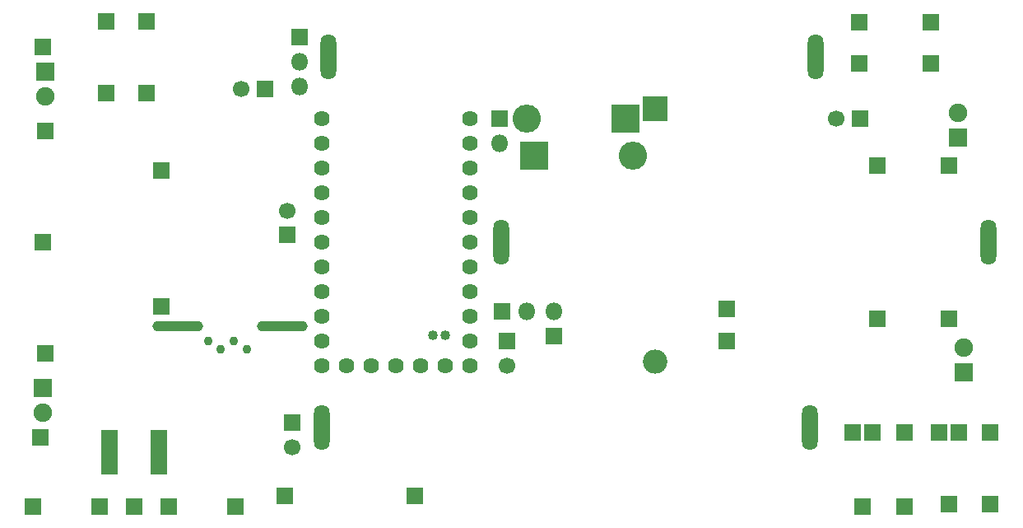
<source format=gbr>
%TF.GenerationSoftware,KiCad,Pcbnew,(5.1.6-0-10_14)*%
%TF.CreationDate,2020-10-29T22:09:48+01:00*%
%TF.ProjectId,bolidjs,626f6c69-646a-4732-9e6b-696361645f70,1.0*%
%TF.SameCoordinates,Original*%
%TF.FileFunction,Soldermask,Top*%
%TF.FilePolarity,Negative*%
%FSLAX46Y46*%
G04 Gerber Fmt 4.6, Leading zero omitted, Abs format (unit mm)*
G04 Created by KiCad (PCBNEW (5.1.6-0-10_14)) date 2020-10-29 22:09:48*
%MOMM*%
%LPD*%
G01*
G04 APERTURE LIST*
%ADD10R,1.800000X1.800000*%
%ADD11O,5.200000X1.100000*%
%ADD12C,0.922960*%
%ADD13C,1.014400*%
%ADD14C,1.624000*%
%ADD15R,1.700000X1.700000*%
%ADD16C,1.700000*%
%ADD17R,1.900000X1.900000*%
%ADD18C,1.900000*%
%ADD19O,1.800000X1.800000*%
%ADD20R,1.800000X4.540000*%
%ADD21O,1.624000X4.672000*%
%ADD22R,2.500000X2.500000*%
%ADD23O,2.500000X2.500000*%
%ADD24R,2.900000X2.900000*%
%ADD25O,2.900000X2.900000*%
G04 APERTURE END LIST*
D10*
%TO.C,J14*%
X172466000Y-68326000D03*
%TD*%
%TO.C,J13*%
X165100000Y-68326000D03*
%TD*%
%TO.C,J12*%
X172466000Y-84074000D03*
%TD*%
%TO.C,J11*%
X165100000Y-84074000D03*
%TD*%
%TO.C,J58*%
X171450000Y-95758000D03*
%TD*%
%TO.C,J56*%
X117475000Y-102235000D03*
%TD*%
%TO.C,J55*%
X104140000Y-102235000D03*
%TD*%
%TO.C,J54*%
X162560000Y-95758000D03*
%TD*%
%TO.C,J53*%
X163195000Y-53594000D03*
%TD*%
%TO.C,J52*%
X163195000Y-57785000D03*
%TD*%
%TO.C,J50*%
X170561000Y-53594000D03*
%TD*%
%TO.C,J49*%
X170561000Y-57785000D03*
%TD*%
%TO.C,J47*%
X89916000Y-60833000D03*
%TD*%
%TO.C,J46*%
X85725000Y-60833000D03*
%TD*%
%TO.C,J45*%
X89916000Y-53467000D03*
%TD*%
%TO.C,J44*%
X85725000Y-53467000D03*
%TD*%
%TO.C,J42*%
X176657000Y-95758000D03*
%TD*%
%TO.C,J41*%
X164592000Y-95758000D03*
%TD*%
%TO.C,J40*%
X167843200Y-95758000D03*
%TD*%
%TO.C,J39*%
X172466000Y-103124000D03*
%TD*%
%TO.C,J38*%
X176657000Y-103124000D03*
%TD*%
%TO.C,J37*%
X173482000Y-95758000D03*
%TD*%
%TO.C,J33*%
X167845000Y-103378000D03*
%TD*%
%TO.C,J32*%
X163576000Y-103378000D03*
%TD*%
D11*
%TO.C,M1*%
X103886000Y-84836000D03*
X93081600Y-84836000D03*
D12*
X100196000Y-87172800D03*
X98866000Y-86360000D03*
X97536000Y-87172800D03*
X96206000Y-86360000D03*
%TD*%
D13*
%TO.C,U1*%
X119380000Y-85725000D03*
X120650000Y-85725000D03*
D14*
X123190000Y-63500000D03*
X123190000Y-66040000D03*
X123190000Y-68580000D03*
X123190000Y-71120000D03*
X123190000Y-73660000D03*
X123190000Y-76200000D03*
X123190000Y-78740000D03*
X123190000Y-81280000D03*
X123190000Y-83820000D03*
X123190000Y-86360000D03*
X123190000Y-88900000D03*
X120650000Y-88900000D03*
X118110000Y-88900000D03*
X115570000Y-88900000D03*
X113030000Y-88900000D03*
X110490000Y-88900000D03*
X107950000Y-88900000D03*
X107950000Y-86360000D03*
X107950000Y-83820000D03*
X107950000Y-81280000D03*
X107950000Y-78740000D03*
X107950000Y-76200000D03*
X107950000Y-73660000D03*
X107950000Y-71120000D03*
X107950000Y-68580000D03*
X107950000Y-66040000D03*
X107950000Y-63500000D03*
%TD*%
D15*
%TO.C,C4*%
X104902000Y-94742000D03*
D16*
X104902000Y-97242000D03*
%TD*%
%TO.C,C5*%
X160822000Y-63500000D03*
D15*
X163322000Y-63500000D03*
%TD*%
%TO.C,C6*%
X102108000Y-60452000D03*
D16*
X99608000Y-60452000D03*
%TD*%
%TO.C,C7*%
X104394000Y-72938000D03*
D15*
X104394000Y-75438000D03*
%TD*%
D16*
%TO.C,C8*%
X127000000Y-88860000D03*
D15*
X127000000Y-86360000D03*
%TD*%
D17*
%TO.C,D1*%
X173355000Y-65405000D03*
D18*
X173355000Y-62865000D03*
%TD*%
%TO.C,D2*%
X173990000Y-86995000D03*
D17*
X173990000Y-89535000D03*
%TD*%
%TO.C,D3*%
X79502000Y-58674000D03*
D18*
X79502000Y-61214000D03*
%TD*%
%TO.C,D4*%
X79248000Y-93726000D03*
D17*
X79248000Y-91186000D03*
%TD*%
D19*
%TO.C,J1*%
X126238000Y-66040000D03*
D10*
X126238000Y-63500000D03*
%TD*%
%TO.C,J3*%
X99060000Y-103378000D03*
%TD*%
%TO.C,J4*%
X78232000Y-103378000D03*
%TD*%
%TO.C,J5*%
X88646000Y-103378000D03*
%TD*%
D20*
%TO.C,J6*%
X86106000Y-97790000D03*
%TD*%
D10*
%TO.C,J7*%
X85090000Y-103378000D03*
%TD*%
%TO.C,J8*%
X92202000Y-103378000D03*
%TD*%
D20*
%TO.C,J9*%
X91186000Y-97790000D03*
%TD*%
D10*
%TO.C,J17*%
X79502000Y-87630000D03*
%TD*%
%TO.C,J20*%
X79502000Y-64770000D03*
%TD*%
%TO.C,J23*%
X79248000Y-76200000D03*
%TD*%
D19*
%TO.C,J24*%
X131826000Y-83312000D03*
D10*
X131826000Y-85852000D03*
%TD*%
%TO.C,J25*%
X149606000Y-86360000D03*
%TD*%
%TO.C,J26*%
X91440000Y-68834000D03*
%TD*%
%TO.C,J27*%
X149606000Y-83058000D03*
%TD*%
%TO.C,J28*%
X91440000Y-82804000D03*
%TD*%
%TO.C,J34*%
X78994000Y-96266000D03*
%TD*%
%TO.C,J35*%
X79248000Y-56134000D03*
%TD*%
%TO.C,J36*%
X126492000Y-83312000D03*
D19*
X129032000Y-83312000D03*
%TD*%
D10*
%TO.C,S1*%
X105664000Y-55118000D03*
D19*
X105664000Y-57658000D03*
X105664000Y-60198000D03*
%TD*%
D21*
%TO.C,BT1*%
X158750000Y-57150000D03*
X108585000Y-57150000D03*
%TD*%
%TO.C,BT2*%
X126365000Y-76200000D03*
X176530000Y-76200000D03*
%TD*%
%TO.C,BT3*%
X107950000Y-95250000D03*
X158115000Y-95250000D03*
%TD*%
D22*
%TO.C,C1*%
X142240000Y-62484000D03*
D23*
X142240000Y-88484000D03*
%TD*%
D24*
%TO.C,D5*%
X129794000Y-67310000D03*
D25*
X139954000Y-67310000D03*
%TD*%
D24*
%TO.C,Z1*%
X139192000Y-63500000D03*
D25*
X129032000Y-63500000D03*
%TD*%
M02*

</source>
